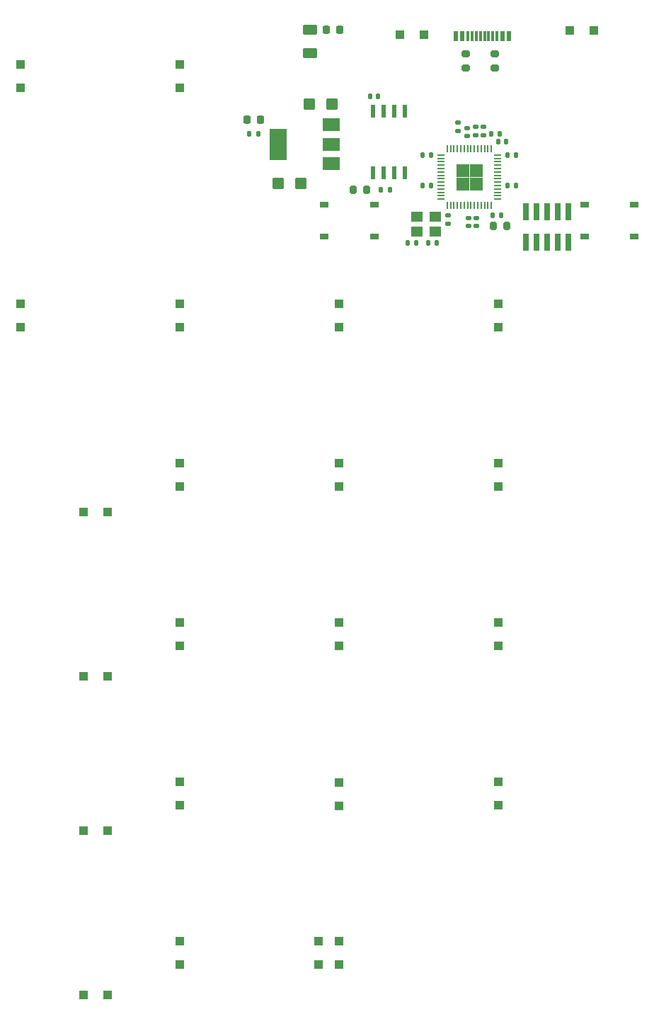
<source format=gtp>
G04 #@! TF.GenerationSoftware,KiCad,Pcbnew,(7.0.0)*
G04 #@! TF.CreationDate,2023-02-27T13:56:59+01:00*
G04 #@! TF.ProjectId,MPad2040_V1,4d506164-3230-4343-905f-56312e6b6963,1.1*
G04 #@! TF.SameCoordinates,Original*
G04 #@! TF.FileFunction,Paste,Top*
G04 #@! TF.FilePolarity,Positive*
%FSLAX46Y46*%
G04 Gerber Fmt 4.6, Leading zero omitted, Abs format (unit mm)*
G04 Created by KiCad (PCBNEW (7.0.0)) date 2023-02-27 13:56:59*
%MOMM*%
%LPD*%
G01*
G04 APERTURE LIST*
G04 Aperture macros list*
%AMRoundRect*
0 Rectangle with rounded corners*
0 $1 Rounding radius*
0 $2 $3 $4 $5 $6 $7 $8 $9 X,Y pos of 4 corners*
0 Add a 4 corners polygon primitive as box body*
4,1,4,$2,$3,$4,$5,$6,$7,$8,$9,$2,$3,0*
0 Add four circle primitives for the rounded corners*
1,1,$1+$1,$2,$3*
1,1,$1+$1,$4,$5*
1,1,$1+$1,$6,$7*
1,1,$1+$1,$8,$9*
0 Add four rect primitives between the rounded corners*
20,1,$1+$1,$2,$3,$4,$5,0*
20,1,$1+$1,$4,$5,$6,$7,0*
20,1,$1+$1,$6,$7,$8,$9,0*
20,1,$1+$1,$8,$9,$2,$3,0*%
G04 Aperture macros list end*
%ADD10C,0.100000*%
%ADD11R,1.100000X1.100000*%
%ADD12RoundRect,0.135000X0.135000X0.185000X-0.135000X0.185000X-0.135000X-0.185000X0.135000X-0.185000X0*%
%ADD13RoundRect,0.200000X-0.275000X0.200000X-0.275000X-0.200000X0.275000X-0.200000X0.275000X0.200000X0*%
%ADD14RoundRect,0.218750X0.218750X0.256250X-0.218750X0.256250X-0.218750X-0.256250X0.218750X-0.256250X0*%
%ADD15RoundRect,0.250000X-0.625000X0.375000X-0.625000X-0.375000X0.625000X-0.375000X0.625000X0.375000X0*%
%ADD16RoundRect,0.140000X-0.140000X-0.170000X0.140000X-0.170000X0.140000X0.170000X-0.140000X0.170000X0*%
%ADD17RoundRect,0.140000X0.140000X0.170000X-0.140000X0.170000X-0.140000X-0.170000X0.140000X-0.170000X0*%
%ADD18R,2.000000X1.500000*%
%ADD19R,2.000000X3.800000*%
%ADD20R,0.750000X2.100000*%
%ADD21R,1.000000X0.750000*%
%ADD22RoundRect,0.140000X0.170000X-0.140000X0.170000X0.140000X-0.170000X0.140000X-0.170000X-0.140000X0*%
%ADD23R,0.532600X1.487399*%
%ADD24RoundRect,0.135000X0.185000X-0.135000X0.185000X0.135000X-0.185000X0.135000X-0.185000X-0.135000X0*%
%ADD25RoundRect,0.250000X0.450000X0.425000X-0.450000X0.425000X-0.450000X-0.425000X0.450000X-0.425000X0*%
%ADD26R,0.600000X1.160000*%
%ADD27R,0.300000X1.160000*%
%ADD28RoundRect,0.200000X0.200000X0.275000X-0.200000X0.275000X-0.200000X-0.275000X0.200000X-0.275000X0*%
%ADD29RoundRect,0.200000X-0.200000X-0.275000X0.200000X-0.275000X0.200000X0.275000X-0.200000X0.275000X0*%
%ADD30RoundRect,0.140000X-0.170000X0.140000X-0.170000X-0.140000X0.170000X-0.140000X0.170000X0.140000X0*%
%ADD31R,0.807999X0.178600*%
%ADD32R,0.178600X0.807999*%
%ADD33RoundRect,0.250000X-0.450000X-0.425000X0.450000X-0.425000X0.450000X0.425000X-0.450000X0.425000X0*%
%ADD34R,1.400000X1.200000*%
G04 APERTURE END LIST*
G36*
X164824000Y-55780000D02*
G01*
X163423800Y-55780000D01*
X163423800Y-54379800D01*
X164824000Y-54379800D01*
X164824000Y-55780000D01*
G37*
D10*
X164824000Y-55780000D02*
X163423800Y-55780000D01*
X163423800Y-54379800D01*
X164824000Y-54379800D01*
X164824000Y-55780000D01*
G36*
X164824000Y-57380200D02*
G01*
X163423800Y-57380200D01*
X163423800Y-55980000D01*
X164824000Y-55980000D01*
X164824000Y-57380200D01*
G37*
X164824000Y-57380200D02*
X163423800Y-57380200D01*
X163423800Y-55980000D01*
X164824000Y-55980000D01*
X164824000Y-57380200D01*
G36*
X166424200Y-55780000D02*
G01*
X165024000Y-55780000D01*
X165024000Y-54379800D01*
X166424200Y-54379800D01*
X166424200Y-55780000D01*
G37*
X166424200Y-55780000D02*
X165024000Y-55780000D01*
X165024000Y-54379800D01*
X166424200Y-54379800D01*
X166424200Y-55780000D01*
G36*
X166424200Y-57380200D02*
G01*
X165024000Y-57380200D01*
X165024000Y-55980000D01*
X166424200Y-55980000D01*
X166424200Y-57380200D01*
G37*
X166424200Y-57380200D02*
X165024000Y-57380200D01*
X165024000Y-55980000D01*
X166424200Y-55980000D01*
X166424200Y-57380200D01*
D11*
X130252999Y-130939999D03*
X130252999Y-128139999D03*
D12*
X161038000Y-63754000D03*
X160018000Y-63754000D03*
D13*
X168000000Y-41175000D03*
X168000000Y-42825000D03*
D14*
X139930500Y-49022000D03*
X138355500Y-49022000D03*
D11*
X149302999Y-131066999D03*
X149302999Y-128266999D03*
D15*
X145874000Y-38227000D03*
X145874000Y-41027000D03*
D16*
X168370000Y-51650000D03*
X169330000Y-51650000D03*
D11*
X149302999Y-111889999D03*
X149302999Y-109089999D03*
D17*
X160324000Y-56896000D03*
X159364000Y-56896000D03*
D11*
X168352999Y-92839999D03*
X168352999Y-90039999D03*
D18*
X148388999Y-54242999D03*
X148388999Y-51942999D03*
D19*
X142088999Y-51942999D03*
D18*
X148388999Y-49642999D03*
D16*
X157586000Y-63754000D03*
X158546000Y-63754000D03*
D20*
X171654999Y-60048999D03*
X171654999Y-63648999D03*
X172924999Y-60048999D03*
X172924999Y-63648999D03*
X174194999Y-60048999D03*
X174194999Y-63648999D03*
X175464999Y-60048999D03*
X175464999Y-63648999D03*
X176734999Y-60048999D03*
X176734999Y-63648999D03*
D12*
X139653000Y-50673000D03*
X138633000Y-50673000D03*
D14*
X149430000Y-38227000D03*
X147855000Y-38227000D03*
D11*
X121619999Y-95884999D03*
X118819999Y-95884999D03*
D16*
X167746000Y-60452000D03*
X168706000Y-60452000D03*
D21*
X178687999Y-59211999D03*
X178687999Y-62961999D03*
X184687999Y-59211999D03*
X184687999Y-62961999D03*
D22*
X163550000Y-50330000D03*
X163550000Y-49370000D03*
D11*
X149302999Y-92839999D03*
X149302999Y-90039999D03*
D23*
X153366999Y-55346599D03*
X154636999Y-55346599D03*
X155906999Y-55346599D03*
X157176999Y-55346599D03*
X157176999Y-48031399D03*
X155906999Y-48031399D03*
X154636999Y-48031399D03*
X153366999Y-48031399D03*
D11*
X121619999Y-133984999D03*
X118819999Y-133984999D03*
D24*
X166650000Y-50860000D03*
X166650000Y-49840000D03*
D11*
X146889999Y-149989999D03*
X146889999Y-147189999D03*
X168352999Y-111889999D03*
X168352999Y-109089999D03*
D21*
X153572999Y-62961999D03*
X153572999Y-59211999D03*
X147572999Y-62961999D03*
X147572999Y-59211999D03*
D25*
X148494000Y-47117000D03*
X145794000Y-47117000D03*
D26*
X169699999Y-39009999D03*
X168899999Y-39009999D03*
D27*
X167749999Y-39009999D03*
X166749999Y-39009999D03*
X166249999Y-39009999D03*
X165249999Y-39009999D03*
D26*
X164099999Y-39009999D03*
X163299999Y-39009999D03*
X163299999Y-39009999D03*
X164099999Y-39009999D03*
D27*
X164749999Y-39009999D03*
X165749999Y-39009999D03*
X167249999Y-39009999D03*
X168249999Y-39009999D03*
D26*
X168899999Y-39009999D03*
X169699999Y-39009999D03*
D22*
X162384000Y-61440000D03*
X162384000Y-60480000D03*
D28*
X152668000Y-57404000D03*
X151018000Y-57404000D03*
D11*
X121619999Y-153669999D03*
X118819999Y-153669999D03*
X130252999Y-92839999D03*
X130252999Y-90039999D03*
X130252999Y-111889999D03*
X130252999Y-109089999D03*
D29*
X167782000Y-61722000D03*
X169432000Y-61722000D03*
D30*
X164846000Y-60759400D03*
X164846000Y-61719400D03*
D17*
X160324000Y-53238400D03*
X159364000Y-53238400D03*
D11*
X130252999Y-149989999D03*
X130252999Y-147189999D03*
D24*
X165650000Y-50860000D03*
X165650000Y-49840000D03*
D31*
X161522799Y-53238399D03*
X161522799Y-53644799D03*
X161522799Y-54051199D03*
X161522799Y-54457599D03*
X161522799Y-54863999D03*
X161522799Y-55270399D03*
X161522799Y-55676799D03*
X161522799Y-56083199D03*
X161522799Y-56489599D03*
X161522799Y-56895999D03*
X161522799Y-57302399D03*
X161522799Y-57708799D03*
X161522799Y-58115199D03*
X161522799Y-58521599D03*
D32*
X162282399Y-59281199D03*
X162688799Y-59281199D03*
X163095199Y-59281199D03*
X163501599Y-59281199D03*
X163907999Y-59281199D03*
X164314399Y-59281199D03*
X164720799Y-59281199D03*
X165127199Y-59281199D03*
X165533599Y-59281199D03*
X165939999Y-59281199D03*
X166346399Y-59281199D03*
X166752799Y-59281199D03*
X167159199Y-59281199D03*
X167565599Y-59281199D03*
D31*
X168325199Y-58521599D03*
X168325199Y-58115199D03*
X168325199Y-57708799D03*
X168325199Y-57302399D03*
X168325199Y-56895999D03*
X168325199Y-56489599D03*
X168325199Y-56083199D03*
X168325199Y-55676799D03*
X168325199Y-55270399D03*
X168325199Y-54863999D03*
X168325199Y-54457599D03*
X168325199Y-54051199D03*
X168325199Y-53644799D03*
X168325199Y-53238399D03*
D32*
X167565599Y-52478799D03*
X167159199Y-52478799D03*
X166752799Y-52478799D03*
X166346399Y-52478799D03*
X165939999Y-52478799D03*
X165533599Y-52478799D03*
X165127199Y-52478799D03*
X164720799Y-52478799D03*
X164314399Y-52478799D03*
X163907999Y-52478799D03*
X163501599Y-52478799D03*
X163095199Y-52478799D03*
X162688799Y-52478799D03*
X162282399Y-52478799D03*
D11*
X168352999Y-73789999D03*
X168352999Y-70989999D03*
X179785999Y-38353999D03*
X176985999Y-38353999D03*
X111202999Y-73789999D03*
X111202999Y-70989999D03*
X149302999Y-149989999D03*
X149302999Y-147189999D03*
D16*
X167570000Y-50700000D03*
X168530000Y-50700000D03*
D22*
X164700000Y-50980000D03*
X164700000Y-50020000D03*
D11*
X111202999Y-45214999D03*
X111202999Y-42414999D03*
D16*
X169524000Y-53238400D03*
X170484000Y-53238400D03*
D12*
X155401000Y-57404000D03*
X154381000Y-57404000D03*
D11*
X130252999Y-45214999D03*
X130252999Y-42414999D03*
D16*
X153042000Y-46202600D03*
X154002000Y-46202600D03*
D11*
X168352999Y-130939999D03*
X168352999Y-128139999D03*
X121619999Y-115569999D03*
X118819999Y-115569999D03*
X130252999Y-73789999D03*
X130252999Y-70989999D03*
X159465999Y-38861999D03*
X156665999Y-38861999D03*
D16*
X169524000Y-56896000D03*
X170484000Y-56896000D03*
D30*
X165785800Y-60759400D03*
X165785800Y-61719400D03*
D33*
X142064000Y-56642000D03*
X144764000Y-56642000D03*
D34*
X160866510Y-60656999D03*
X158666510Y-60656999D03*
X158666510Y-62356999D03*
X160866510Y-62356999D03*
D11*
X149302999Y-73789999D03*
X149302999Y-70989999D03*
D13*
X164500000Y-41175000D03*
X164500000Y-42825000D03*
M02*

</source>
